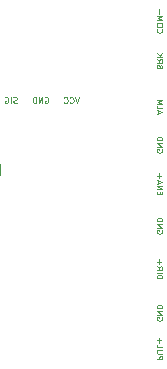
<source format=gbr>
%TF.GenerationSoftware,KiCad,Pcbnew,7.0.5-0*%
%TF.CreationDate,2024-07-25T14:15:13+02:00*%
%TF.ProjectId,rj45-stepper-adapter,726a3435-2d73-4746-9570-7065722d6164,rev?*%
%TF.SameCoordinates,Original*%
%TF.FileFunction,Legend,Bot*%
%TF.FilePolarity,Positive*%
%FSLAX46Y46*%
G04 Gerber Fmt 4.6, Leading zero omitted, Abs format (unit mm)*
G04 Created by KiCad (PCBNEW 7.0.5-0) date 2024-07-25 14:15:13*
%MOMM*%
%LPD*%
G01*
G04 APERTURE LIST*
G04 Aperture macros list*
%AMRoundRect*
0 Rectangle with rounded corners*
0 $1 Rounding radius*
0 $2 $3 $4 $5 $6 $7 $8 $9 X,Y pos of 4 corners*
0 Add a 4 corners polygon primitive as box body*
4,1,4,$2,$3,$4,$5,$6,$7,$8,$9,$2,$3,0*
0 Add four circle primitives for the rounded corners*
1,1,$1+$1,$2,$3*
1,1,$1+$1,$4,$5*
1,1,$1+$1,$6,$7*
1,1,$1+$1,$8,$9*
0 Add four rect primitives between the rounded corners*
20,1,$1+$1,$2,$3,$4,$5,0*
20,1,$1+$1,$4,$5,$6,$7,0*
20,1,$1+$1,$6,$7,$8,$9,0*
20,1,$1+$1,$8,$9,$2,$3,0*%
G04 Aperture macros list end*
%ADD10C,0.125000*%
%ADD11R,2.670000X2.670000*%
%ADD12C,2.670000*%
%ADD13O,1.700000X1.700000*%
%ADD14R,1.700000X1.700000*%
%ADD15C,2.500000*%
%ADD16C,1.500000*%
%ADD17RoundRect,0.250500X-0.499500X-0.499500X0.499500X-0.499500X0.499500X0.499500X-0.499500X0.499500X0*%
%ADD18C,3.250000*%
G04 APERTURE END LIST*
D10*
X160563880Y-111804811D02*
X160587690Y-111852430D01*
X160587690Y-111852430D02*
X160587690Y-111923859D01*
X160587690Y-111923859D02*
X160563880Y-111995287D01*
X160563880Y-111995287D02*
X160516261Y-112042906D01*
X160516261Y-112042906D02*
X160468642Y-112066716D01*
X160468642Y-112066716D02*
X160373404Y-112090525D01*
X160373404Y-112090525D02*
X160301976Y-112090525D01*
X160301976Y-112090525D02*
X160206738Y-112066716D01*
X160206738Y-112066716D02*
X160159119Y-112042906D01*
X160159119Y-112042906D02*
X160111500Y-111995287D01*
X160111500Y-111995287D02*
X160087690Y-111923859D01*
X160087690Y-111923859D02*
X160087690Y-111876240D01*
X160087690Y-111876240D02*
X160111500Y-111804811D01*
X160111500Y-111804811D02*
X160135309Y-111781002D01*
X160135309Y-111781002D02*
X160301976Y-111781002D01*
X160301976Y-111781002D02*
X160301976Y-111876240D01*
X160087690Y-111566716D02*
X160587690Y-111566716D01*
X160587690Y-111566716D02*
X160087690Y-111281002D01*
X160087690Y-111281002D02*
X160587690Y-111281002D01*
X160087690Y-111042906D02*
X160587690Y-111042906D01*
X160587690Y-111042906D02*
X160587690Y-110923858D01*
X160587690Y-110923858D02*
X160563880Y-110852430D01*
X160563880Y-110852430D02*
X160516261Y-110804811D01*
X160516261Y-110804811D02*
X160468642Y-110781001D01*
X160468642Y-110781001D02*
X160373404Y-110757192D01*
X160373404Y-110757192D02*
X160301976Y-110757192D01*
X160301976Y-110757192D02*
X160206738Y-110781001D01*
X160206738Y-110781001D02*
X160159119Y-110804811D01*
X160159119Y-110804811D02*
X160111500Y-110852430D01*
X160111500Y-110852430D02*
X160087690Y-110923858D01*
X160087690Y-110923858D02*
X160087690Y-111042906D01*
X160135309Y-94763002D02*
X160111500Y-94786811D01*
X160111500Y-94786811D02*
X160087690Y-94858240D01*
X160087690Y-94858240D02*
X160087690Y-94905859D01*
X160087690Y-94905859D02*
X160111500Y-94977287D01*
X160111500Y-94977287D02*
X160159119Y-95024906D01*
X160159119Y-95024906D02*
X160206738Y-95048716D01*
X160206738Y-95048716D02*
X160301976Y-95072525D01*
X160301976Y-95072525D02*
X160373404Y-95072525D01*
X160373404Y-95072525D02*
X160468642Y-95048716D01*
X160468642Y-95048716D02*
X160516261Y-95024906D01*
X160516261Y-95024906D02*
X160563880Y-94977287D01*
X160563880Y-94977287D02*
X160587690Y-94905859D01*
X160587690Y-94905859D02*
X160587690Y-94858240D01*
X160587690Y-94858240D02*
X160563880Y-94786811D01*
X160563880Y-94786811D02*
X160540071Y-94763002D01*
X160587690Y-94453478D02*
X160587690Y-94358240D01*
X160587690Y-94358240D02*
X160563880Y-94310621D01*
X160563880Y-94310621D02*
X160516261Y-94263002D01*
X160516261Y-94263002D02*
X160421023Y-94239192D01*
X160421023Y-94239192D02*
X160254357Y-94239192D01*
X160254357Y-94239192D02*
X160159119Y-94263002D01*
X160159119Y-94263002D02*
X160111500Y-94310621D01*
X160111500Y-94310621D02*
X160087690Y-94358240D01*
X160087690Y-94358240D02*
X160087690Y-94453478D01*
X160087690Y-94453478D02*
X160111500Y-94501097D01*
X160111500Y-94501097D02*
X160159119Y-94548716D01*
X160159119Y-94548716D02*
X160254357Y-94572525D01*
X160254357Y-94572525D02*
X160421023Y-94572525D01*
X160421023Y-94572525D02*
X160516261Y-94548716D01*
X160516261Y-94548716D02*
X160563880Y-94501097D01*
X160563880Y-94501097D02*
X160587690Y-94453478D01*
X160087690Y-94024906D02*
X160587690Y-94024906D01*
X160587690Y-94024906D02*
X160230547Y-93858239D01*
X160230547Y-93858239D02*
X160587690Y-93691573D01*
X160587690Y-93691573D02*
X160087690Y-93691573D01*
X160278166Y-93453477D02*
X160278166Y-93072525D01*
X160349595Y-97930049D02*
X160325785Y-97858621D01*
X160325785Y-97858621D02*
X160301976Y-97834811D01*
X160301976Y-97834811D02*
X160254357Y-97811002D01*
X160254357Y-97811002D02*
X160182928Y-97811002D01*
X160182928Y-97811002D02*
X160135309Y-97834811D01*
X160135309Y-97834811D02*
X160111500Y-97858621D01*
X160111500Y-97858621D02*
X160087690Y-97906240D01*
X160087690Y-97906240D02*
X160087690Y-98096716D01*
X160087690Y-98096716D02*
X160587690Y-98096716D01*
X160587690Y-98096716D02*
X160587690Y-97930049D01*
X160587690Y-97930049D02*
X160563880Y-97882430D01*
X160563880Y-97882430D02*
X160540071Y-97858621D01*
X160540071Y-97858621D02*
X160492452Y-97834811D01*
X160492452Y-97834811D02*
X160444833Y-97834811D01*
X160444833Y-97834811D02*
X160397214Y-97858621D01*
X160397214Y-97858621D02*
X160373404Y-97882430D01*
X160373404Y-97882430D02*
X160349595Y-97930049D01*
X160349595Y-97930049D02*
X160349595Y-98096716D01*
X160087690Y-97311002D02*
X160325785Y-97477668D01*
X160087690Y-97596716D02*
X160587690Y-97596716D01*
X160587690Y-97596716D02*
X160587690Y-97406240D01*
X160587690Y-97406240D02*
X160563880Y-97358621D01*
X160563880Y-97358621D02*
X160540071Y-97334811D01*
X160540071Y-97334811D02*
X160492452Y-97311002D01*
X160492452Y-97311002D02*
X160421023Y-97311002D01*
X160421023Y-97311002D02*
X160373404Y-97334811D01*
X160373404Y-97334811D02*
X160349595Y-97358621D01*
X160349595Y-97358621D02*
X160325785Y-97406240D01*
X160325785Y-97406240D02*
X160325785Y-97596716D01*
X160087690Y-97096716D02*
X160587690Y-97096716D01*
X160087690Y-96811002D02*
X160373404Y-97025287D01*
X160587690Y-96811002D02*
X160301976Y-97096716D01*
X160230547Y-101930525D02*
X160230547Y-101692430D01*
X160087690Y-101978144D02*
X160587690Y-101811478D01*
X160587690Y-101811478D02*
X160087690Y-101644811D01*
X160087690Y-101240050D02*
X160087690Y-101478145D01*
X160087690Y-101478145D02*
X160587690Y-101478145D01*
X160087690Y-101073383D02*
X160587690Y-101073383D01*
X160587690Y-101073383D02*
X160230547Y-100906716D01*
X160230547Y-100906716D02*
X160587690Y-100740050D01*
X160587690Y-100740050D02*
X160087690Y-100740050D01*
X160563880Y-119170811D02*
X160587690Y-119218430D01*
X160587690Y-119218430D02*
X160587690Y-119289859D01*
X160587690Y-119289859D02*
X160563880Y-119361287D01*
X160563880Y-119361287D02*
X160516261Y-119408906D01*
X160516261Y-119408906D02*
X160468642Y-119432716D01*
X160468642Y-119432716D02*
X160373404Y-119456525D01*
X160373404Y-119456525D02*
X160301976Y-119456525D01*
X160301976Y-119456525D02*
X160206738Y-119432716D01*
X160206738Y-119432716D02*
X160159119Y-119408906D01*
X160159119Y-119408906D02*
X160111500Y-119361287D01*
X160111500Y-119361287D02*
X160087690Y-119289859D01*
X160087690Y-119289859D02*
X160087690Y-119242240D01*
X160087690Y-119242240D02*
X160111500Y-119170811D01*
X160111500Y-119170811D02*
X160135309Y-119147002D01*
X160135309Y-119147002D02*
X160301976Y-119147002D01*
X160301976Y-119147002D02*
X160301976Y-119242240D01*
X160087690Y-118932716D02*
X160587690Y-118932716D01*
X160587690Y-118932716D02*
X160087690Y-118647002D01*
X160087690Y-118647002D02*
X160587690Y-118647002D01*
X160087690Y-118408906D02*
X160587690Y-118408906D01*
X160587690Y-118408906D02*
X160587690Y-118289858D01*
X160587690Y-118289858D02*
X160563880Y-118218430D01*
X160563880Y-118218430D02*
X160516261Y-118170811D01*
X160516261Y-118170811D02*
X160468642Y-118147001D01*
X160468642Y-118147001D02*
X160373404Y-118123192D01*
X160373404Y-118123192D02*
X160301976Y-118123192D01*
X160301976Y-118123192D02*
X160206738Y-118147001D01*
X160206738Y-118147001D02*
X160159119Y-118170811D01*
X160159119Y-118170811D02*
X160111500Y-118218430D01*
X160111500Y-118218430D02*
X160087690Y-118289858D01*
X160087690Y-118289858D02*
X160087690Y-118408906D01*
X160087690Y-115876716D02*
X160587690Y-115876716D01*
X160587690Y-115876716D02*
X160587690Y-115757668D01*
X160587690Y-115757668D02*
X160563880Y-115686240D01*
X160563880Y-115686240D02*
X160516261Y-115638621D01*
X160516261Y-115638621D02*
X160468642Y-115614811D01*
X160468642Y-115614811D02*
X160373404Y-115591002D01*
X160373404Y-115591002D02*
X160301976Y-115591002D01*
X160301976Y-115591002D02*
X160206738Y-115614811D01*
X160206738Y-115614811D02*
X160159119Y-115638621D01*
X160159119Y-115638621D02*
X160111500Y-115686240D01*
X160111500Y-115686240D02*
X160087690Y-115757668D01*
X160087690Y-115757668D02*
X160087690Y-115876716D01*
X160087690Y-115376716D02*
X160587690Y-115376716D01*
X160087690Y-114852907D02*
X160325785Y-115019573D01*
X160087690Y-115138621D02*
X160587690Y-115138621D01*
X160587690Y-115138621D02*
X160587690Y-114948145D01*
X160587690Y-114948145D02*
X160563880Y-114900526D01*
X160563880Y-114900526D02*
X160540071Y-114876716D01*
X160540071Y-114876716D02*
X160492452Y-114852907D01*
X160492452Y-114852907D02*
X160421023Y-114852907D01*
X160421023Y-114852907D02*
X160373404Y-114876716D01*
X160373404Y-114876716D02*
X160349595Y-114900526D01*
X160349595Y-114900526D02*
X160325785Y-114948145D01*
X160325785Y-114948145D02*
X160325785Y-115138621D01*
X160278166Y-114638621D02*
X160278166Y-114257669D01*
X160087690Y-114448145D02*
X160468642Y-114448145D01*
X160349595Y-108764716D02*
X160349595Y-108598049D01*
X160087690Y-108526621D02*
X160087690Y-108764716D01*
X160087690Y-108764716D02*
X160587690Y-108764716D01*
X160587690Y-108764716D02*
X160587690Y-108526621D01*
X160087690Y-108312335D02*
X160587690Y-108312335D01*
X160587690Y-108312335D02*
X160087690Y-108026621D01*
X160087690Y-108026621D02*
X160587690Y-108026621D01*
X160230547Y-107812334D02*
X160230547Y-107574239D01*
X160087690Y-107859953D02*
X160587690Y-107693287D01*
X160587690Y-107693287D02*
X160087690Y-107526620D01*
X160278166Y-107359954D02*
X160278166Y-106979002D01*
X160087690Y-107169478D02*
X160468642Y-107169478D01*
X153540144Y-100524309D02*
X153373478Y-101024309D01*
X153373478Y-101024309D02*
X153206811Y-100524309D01*
X152754431Y-100976690D02*
X152778240Y-101000500D01*
X152778240Y-101000500D02*
X152849669Y-101024309D01*
X152849669Y-101024309D02*
X152897288Y-101024309D01*
X152897288Y-101024309D02*
X152968716Y-101000500D01*
X152968716Y-101000500D02*
X153016335Y-100952880D01*
X153016335Y-100952880D02*
X153040145Y-100905261D01*
X153040145Y-100905261D02*
X153063954Y-100810023D01*
X153063954Y-100810023D02*
X153063954Y-100738595D01*
X153063954Y-100738595D02*
X153040145Y-100643357D01*
X153040145Y-100643357D02*
X153016335Y-100595738D01*
X153016335Y-100595738D02*
X152968716Y-100548119D01*
X152968716Y-100548119D02*
X152897288Y-100524309D01*
X152897288Y-100524309D02*
X152849669Y-100524309D01*
X152849669Y-100524309D02*
X152778240Y-100548119D01*
X152778240Y-100548119D02*
X152754431Y-100571928D01*
X152254431Y-100976690D02*
X152278240Y-101000500D01*
X152278240Y-101000500D02*
X152349669Y-101024309D01*
X152349669Y-101024309D02*
X152397288Y-101024309D01*
X152397288Y-101024309D02*
X152468716Y-101000500D01*
X152468716Y-101000500D02*
X152516335Y-100952880D01*
X152516335Y-100952880D02*
X152540145Y-100905261D01*
X152540145Y-100905261D02*
X152563954Y-100810023D01*
X152563954Y-100810023D02*
X152563954Y-100738595D01*
X152563954Y-100738595D02*
X152540145Y-100643357D01*
X152540145Y-100643357D02*
X152516335Y-100595738D01*
X152516335Y-100595738D02*
X152468716Y-100548119D01*
X152468716Y-100548119D02*
X152397288Y-100524309D01*
X152397288Y-100524309D02*
X152349669Y-100524309D01*
X152349669Y-100524309D02*
X152278240Y-100548119D01*
X152278240Y-100548119D02*
X152254431Y-100571928D01*
X150635384Y-100548119D02*
X150683003Y-100524309D01*
X150683003Y-100524309D02*
X150754432Y-100524309D01*
X150754432Y-100524309D02*
X150825860Y-100548119D01*
X150825860Y-100548119D02*
X150873479Y-100595738D01*
X150873479Y-100595738D02*
X150897289Y-100643357D01*
X150897289Y-100643357D02*
X150921098Y-100738595D01*
X150921098Y-100738595D02*
X150921098Y-100810023D01*
X150921098Y-100810023D02*
X150897289Y-100905261D01*
X150897289Y-100905261D02*
X150873479Y-100952880D01*
X150873479Y-100952880D02*
X150825860Y-101000500D01*
X150825860Y-101000500D02*
X150754432Y-101024309D01*
X150754432Y-101024309D02*
X150706813Y-101024309D01*
X150706813Y-101024309D02*
X150635384Y-101000500D01*
X150635384Y-101000500D02*
X150611575Y-100976690D01*
X150611575Y-100976690D02*
X150611575Y-100810023D01*
X150611575Y-100810023D02*
X150706813Y-100810023D01*
X150397289Y-101024309D02*
X150397289Y-100524309D01*
X150397289Y-100524309D02*
X150111575Y-101024309D01*
X150111575Y-101024309D02*
X150111575Y-100524309D01*
X149873479Y-101024309D02*
X149873479Y-100524309D01*
X149873479Y-100524309D02*
X149754431Y-100524309D01*
X149754431Y-100524309D02*
X149683003Y-100548119D01*
X149683003Y-100548119D02*
X149635384Y-100595738D01*
X149635384Y-100595738D02*
X149611574Y-100643357D01*
X149611574Y-100643357D02*
X149587765Y-100738595D01*
X149587765Y-100738595D02*
X149587765Y-100810023D01*
X149587765Y-100810023D02*
X149611574Y-100905261D01*
X149611574Y-100905261D02*
X149635384Y-100952880D01*
X149635384Y-100952880D02*
X149683003Y-101000500D01*
X149683003Y-101000500D02*
X149754431Y-101024309D01*
X149754431Y-101024309D02*
X149873479Y-101024309D01*
X148254432Y-101000500D02*
X148183004Y-101024309D01*
X148183004Y-101024309D02*
X148063956Y-101024309D01*
X148063956Y-101024309D02*
X148016337Y-101000500D01*
X148016337Y-101000500D02*
X147992528Y-100976690D01*
X147992528Y-100976690D02*
X147968718Y-100929071D01*
X147968718Y-100929071D02*
X147968718Y-100881452D01*
X147968718Y-100881452D02*
X147992528Y-100833833D01*
X147992528Y-100833833D02*
X148016337Y-100810023D01*
X148016337Y-100810023D02*
X148063956Y-100786214D01*
X148063956Y-100786214D02*
X148159194Y-100762404D01*
X148159194Y-100762404D02*
X148206813Y-100738595D01*
X148206813Y-100738595D02*
X148230623Y-100714785D01*
X148230623Y-100714785D02*
X148254432Y-100667166D01*
X148254432Y-100667166D02*
X148254432Y-100619547D01*
X148254432Y-100619547D02*
X148230623Y-100571928D01*
X148230623Y-100571928D02*
X148206813Y-100548119D01*
X148206813Y-100548119D02*
X148159194Y-100524309D01*
X148159194Y-100524309D02*
X148040147Y-100524309D01*
X148040147Y-100524309D02*
X147968718Y-100548119D01*
X147754433Y-101024309D02*
X147754433Y-100524309D01*
X147254433Y-100548119D02*
X147302052Y-100524309D01*
X147302052Y-100524309D02*
X147373481Y-100524309D01*
X147373481Y-100524309D02*
X147444909Y-100548119D01*
X147444909Y-100548119D02*
X147492528Y-100595738D01*
X147492528Y-100595738D02*
X147516338Y-100643357D01*
X147516338Y-100643357D02*
X147540147Y-100738595D01*
X147540147Y-100738595D02*
X147540147Y-100810023D01*
X147540147Y-100810023D02*
X147516338Y-100905261D01*
X147516338Y-100905261D02*
X147492528Y-100952880D01*
X147492528Y-100952880D02*
X147444909Y-101000500D01*
X147444909Y-101000500D02*
X147373481Y-101024309D01*
X147373481Y-101024309D02*
X147325862Y-101024309D01*
X147325862Y-101024309D02*
X147254433Y-101000500D01*
X147254433Y-101000500D02*
X147230624Y-100976690D01*
X147230624Y-100976690D02*
X147230624Y-100810023D01*
X147230624Y-100810023D02*
X147325862Y-100810023D01*
X160087690Y-122734716D02*
X160587690Y-122734716D01*
X160587690Y-122734716D02*
X160587690Y-122544240D01*
X160587690Y-122544240D02*
X160563880Y-122496621D01*
X160563880Y-122496621D02*
X160540071Y-122472811D01*
X160540071Y-122472811D02*
X160492452Y-122449002D01*
X160492452Y-122449002D02*
X160421023Y-122449002D01*
X160421023Y-122449002D02*
X160373404Y-122472811D01*
X160373404Y-122472811D02*
X160349595Y-122496621D01*
X160349595Y-122496621D02*
X160325785Y-122544240D01*
X160325785Y-122544240D02*
X160325785Y-122734716D01*
X160587690Y-122234716D02*
X160182928Y-122234716D01*
X160182928Y-122234716D02*
X160135309Y-122210906D01*
X160135309Y-122210906D02*
X160111500Y-122187097D01*
X160111500Y-122187097D02*
X160087690Y-122139478D01*
X160087690Y-122139478D02*
X160087690Y-122044240D01*
X160087690Y-122044240D02*
X160111500Y-121996621D01*
X160111500Y-121996621D02*
X160135309Y-121972811D01*
X160135309Y-121972811D02*
X160182928Y-121949002D01*
X160182928Y-121949002D02*
X160587690Y-121949002D01*
X160087690Y-121472811D02*
X160087690Y-121710906D01*
X160087690Y-121710906D02*
X160587690Y-121710906D01*
X160278166Y-121306144D02*
X160278166Y-120925192D01*
X160087690Y-121115668D02*
X160468642Y-121115668D01*
X160563880Y-104946811D02*
X160587690Y-104994430D01*
X160587690Y-104994430D02*
X160587690Y-105065859D01*
X160587690Y-105065859D02*
X160563880Y-105137287D01*
X160563880Y-105137287D02*
X160516261Y-105184906D01*
X160516261Y-105184906D02*
X160468642Y-105208716D01*
X160468642Y-105208716D02*
X160373404Y-105232525D01*
X160373404Y-105232525D02*
X160301976Y-105232525D01*
X160301976Y-105232525D02*
X160206738Y-105208716D01*
X160206738Y-105208716D02*
X160159119Y-105184906D01*
X160159119Y-105184906D02*
X160111500Y-105137287D01*
X160111500Y-105137287D02*
X160087690Y-105065859D01*
X160087690Y-105065859D02*
X160087690Y-105018240D01*
X160087690Y-105018240D02*
X160111500Y-104946811D01*
X160111500Y-104946811D02*
X160135309Y-104923002D01*
X160135309Y-104923002D02*
X160301976Y-104923002D01*
X160301976Y-104923002D02*
X160301976Y-105018240D01*
X160087690Y-104708716D02*
X160587690Y-104708716D01*
X160587690Y-104708716D02*
X160087690Y-104423002D01*
X160087690Y-104423002D02*
X160587690Y-104423002D01*
X160087690Y-104184906D02*
X160587690Y-104184906D01*
X160587690Y-104184906D02*
X160587690Y-104065858D01*
X160587690Y-104065858D02*
X160563880Y-103994430D01*
X160563880Y-103994430D02*
X160516261Y-103946811D01*
X160516261Y-103946811D02*
X160468642Y-103923001D01*
X160468642Y-103923001D02*
X160373404Y-103899192D01*
X160373404Y-103899192D02*
X160301976Y-103899192D01*
X160301976Y-103899192D02*
X160206738Y-103923001D01*
X160206738Y-103923001D02*
X160159119Y-103946811D01*
X160159119Y-103946811D02*
X160111500Y-103994430D01*
X160111500Y-103994430D02*
X160087690Y-104065858D01*
X160087690Y-104065858D02*
X160087690Y-104184906D01*
%LPC*%
%TO.C,G\u002A\u002A\u002A*%
G36*
X154599995Y-120760078D02*
G01*
X154393223Y-121206846D01*
X154373735Y-121246403D01*
X154286260Y-121418365D01*
X154208213Y-121560624D01*
X154135940Y-121678856D01*
X154065785Y-121778737D01*
X153994094Y-121865943D01*
X153917212Y-121946150D01*
X153844828Y-122013026D01*
X153642284Y-122171650D01*
X153404493Y-122323646D01*
X153133881Y-122468298D01*
X152832876Y-122604888D01*
X152503904Y-122732699D01*
X152149394Y-122851013D01*
X151771772Y-122959114D01*
X151373466Y-123056283D01*
X150956902Y-123141804D01*
X150524508Y-123214959D01*
X150078710Y-123275031D01*
X149621937Y-123321303D01*
X149156616Y-123353057D01*
X149051484Y-123357136D01*
X148911497Y-123360148D01*
X148752226Y-123361761D01*
X148582006Y-123362028D01*
X148409173Y-123361000D01*
X148242062Y-123358729D01*
X148089008Y-123355266D01*
X147958347Y-123350665D01*
X147858413Y-123344976D01*
X147664649Y-123326692D01*
X147450347Y-123295067D01*
X147262167Y-123251977D01*
X147093353Y-123195463D01*
X146937146Y-123123565D01*
X146786788Y-123034326D01*
X146745866Y-123005930D01*
X146620650Y-122904118D01*
X146494581Y-122782395D01*
X146379109Y-122652379D01*
X146285679Y-122525692D01*
X146217498Y-122413474D01*
X146100065Y-122180839D01*
X145994917Y-121916598D01*
X145901541Y-121619227D01*
X145819428Y-121287197D01*
X145748066Y-120918982D01*
X145745153Y-120901695D01*
X145725089Y-120770958D01*
X145703093Y-120609975D01*
X145679612Y-120423346D01*
X145655091Y-120215674D01*
X145629976Y-119991562D01*
X145604712Y-119755612D01*
X145579746Y-119512426D01*
X145555521Y-119266606D01*
X145532486Y-119022755D01*
X145511084Y-118785475D01*
X145491761Y-118559368D01*
X145474964Y-118349036D01*
X145461138Y-118159082D01*
X145450728Y-117994108D01*
X145444181Y-117858716D01*
X145441941Y-117757509D01*
X145449243Y-117532335D01*
X145486738Y-117215887D01*
X145505211Y-117137327D01*
X147527552Y-117137327D01*
X147541014Y-117406422D01*
X147581467Y-117702728D01*
X147648773Y-118025758D01*
X147742800Y-118375027D01*
X147863411Y-118750048D01*
X148010472Y-119150336D01*
X148183848Y-119575405D01*
X148383405Y-120024769D01*
X148402519Y-120066049D01*
X148476412Y-120222209D01*
X148550891Y-120374708D01*
X148623554Y-120518990D01*
X148691998Y-120650500D01*
X148753821Y-120764685D01*
X148806620Y-120856988D01*
X148847992Y-120922855D01*
X148875535Y-120957730D01*
X148925526Y-120988214D01*
X148997532Y-120999135D01*
X149070022Y-120982725D01*
X149133526Y-120943280D01*
X149178573Y-120885097D01*
X149195693Y-120812473D01*
X149193745Y-120804834D01*
X149177722Y-120765166D01*
X149147270Y-120697200D01*
X149104494Y-120605425D01*
X149051501Y-120494329D01*
X148990399Y-120368399D01*
X148923292Y-120232123D01*
X148839440Y-120060995D01*
X148627601Y-119607152D01*
X148443362Y-119178154D01*
X148286819Y-118774303D01*
X148158071Y-118395902D01*
X148057216Y-118043253D01*
X147984352Y-117716659D01*
X147939577Y-117416422D01*
X147922988Y-117142846D01*
X147928651Y-116946327D01*
X147951732Y-116771652D01*
X147993524Y-116624395D01*
X148055212Y-116500439D01*
X148137978Y-116395666D01*
X148211413Y-116329352D01*
X148313423Y-116268553D01*
X148429866Y-116234928D01*
X148570462Y-116224631D01*
X148624270Y-116225029D01*
X148693825Y-116229035D01*
X148749556Y-116240653D01*
X148807346Y-116263840D01*
X148883077Y-116302555D01*
X148975845Y-116359166D01*
X149121742Y-116475085D01*
X149272864Y-116625703D01*
X149427346Y-116808924D01*
X149583324Y-117022653D01*
X149738935Y-117264793D01*
X149738938Y-117264797D01*
X149837387Y-117435490D01*
X149938071Y-117626582D01*
X150042300Y-117840964D01*
X150151387Y-118081528D01*
X150266641Y-118351166D01*
X150389374Y-118652770D01*
X150520898Y-118989230D01*
X150565389Y-119067412D01*
X150628423Y-119119918D01*
X150701407Y-119139838D01*
X150777691Y-119125441D01*
X150850625Y-119074997D01*
X150869722Y-119054466D01*
X150888317Y-119022571D01*
X150893848Y-118980724D01*
X150889813Y-118914599D01*
X150887916Y-118897252D01*
X150877650Y-118826702D01*
X150861510Y-118731892D01*
X150841296Y-118623084D01*
X150818813Y-118510538D01*
X150806647Y-118451027D01*
X150745423Y-118119032D01*
X150698696Y-117804189D01*
X150666443Y-117508635D01*
X150648640Y-117234504D01*
X150645266Y-116983932D01*
X150656297Y-116759053D01*
X150681710Y-116562003D01*
X150721482Y-116394918D01*
X150775591Y-116259933D01*
X150844013Y-116159182D01*
X150901656Y-116106631D01*
X150974673Y-116072701D01*
X151049645Y-116075923D01*
X151129116Y-116116541D01*
X151215628Y-116194798D01*
X151300677Y-116295663D01*
X151413145Y-116459223D01*
X151526674Y-116658476D01*
X151641383Y-116893753D01*
X151757391Y-117165387D01*
X151874817Y-117473710D01*
X151993780Y-117819053D01*
X152114397Y-118201748D01*
X152236788Y-118622127D01*
X152361071Y-119080523D01*
X152487365Y-119577268D01*
X152615788Y-120112692D01*
X152620111Y-120131204D01*
X152654497Y-120277313D01*
X152682010Y-120390689D01*
X152704207Y-120476176D01*
X152722643Y-120538621D01*
X152738875Y-120582869D01*
X152754459Y-120613765D01*
X152770951Y-120636155D01*
X152789907Y-120654884D01*
X152792055Y-120656787D01*
X152863180Y-120699441D01*
X152937825Y-120703904D01*
X153019286Y-120670397D01*
X153042082Y-120656179D01*
X153063919Y-120639729D01*
X153080685Y-120620160D01*
X153092002Y-120594303D01*
X153097491Y-120558989D01*
X153096775Y-120511049D01*
X153089475Y-120447317D01*
X153075213Y-120364624D01*
X153053611Y-120259800D01*
X153024291Y-120129679D01*
X152986874Y-119971092D01*
X152940982Y-119780870D01*
X152886238Y-119555846D01*
X152763354Y-119066049D01*
X152634024Y-118583248D01*
X152505823Y-118138853D01*
X152378608Y-117732530D01*
X152252236Y-117363946D01*
X152126567Y-117032769D01*
X152001457Y-116738666D01*
X151876765Y-116481303D01*
X151752349Y-116260349D01*
X151628065Y-116075469D01*
X151503773Y-115926331D01*
X151379330Y-115812601D01*
X151254594Y-115733948D01*
X151116557Y-115686031D01*
X150976668Y-115675139D01*
X150839886Y-115700498D01*
X150710156Y-115760835D01*
X150591424Y-115854879D01*
X150487634Y-115981357D01*
X150447199Y-116045859D01*
X150389297Y-116158836D01*
X150343452Y-116281628D01*
X150308319Y-116420016D01*
X150282552Y-116579777D01*
X150264808Y-116766692D01*
X150253741Y-116986538D01*
X150241000Y-117357769D01*
X150154876Y-117201461D01*
X150123088Y-117144571D01*
X149958072Y-116873022D01*
X149785919Y-116627302D01*
X149608892Y-116410016D01*
X149429257Y-116223769D01*
X149249277Y-116071165D01*
X149071216Y-115954809D01*
X148936858Y-115892168D01*
X148752969Y-115840057D01*
X148567830Y-115822694D01*
X148385856Y-115838752D01*
X148211461Y-115886904D01*
X148049058Y-115965822D01*
X147903062Y-116074178D01*
X147777887Y-116210644D01*
X147677946Y-116373894D01*
X147625548Y-116495741D01*
X147583795Y-116631873D01*
X147554267Y-116784599D01*
X147534304Y-116964851D01*
X147527552Y-117137327D01*
X145505211Y-117137327D01*
X145557178Y-116916328D01*
X145661786Y-116630509D01*
X145801784Y-116355281D01*
X145978397Y-116087494D01*
X146192846Y-115824000D01*
X146234811Y-115777650D01*
X146324302Y-115683782D01*
X146422094Y-115588161D01*
X146532128Y-115487328D01*
X146658341Y-115377823D01*
X146804675Y-115256184D01*
X146975069Y-115118952D01*
X147173462Y-114962666D01*
X147306917Y-114858211D01*
X147459201Y-114738238D01*
X147588174Y-114635317D01*
X147698248Y-114545661D01*
X147793837Y-114465484D01*
X147879356Y-114390997D01*
X147959218Y-114318416D01*
X148037837Y-114243952D01*
X148119627Y-114163820D01*
X148209000Y-114074233D01*
X148238840Y-114044141D01*
X148346017Y-113937231D01*
X148433306Y-113852996D01*
X148506261Y-113786800D01*
X148570439Y-113734012D01*
X148631392Y-113689996D01*
X148694676Y-113650121D01*
X148765846Y-113609753D01*
X148934003Y-113529410D01*
X149181523Y-113446245D01*
X149449264Y-113392233D01*
X149734139Y-113367154D01*
X150033061Y-113370792D01*
X150342942Y-113402928D01*
X150660695Y-113463344D01*
X150983232Y-113551822D01*
X151307467Y-113668143D01*
X151630312Y-113812090D01*
X151761148Y-113878361D01*
X152023900Y-114026704D01*
X152263003Y-114185642D01*
X152489045Y-114362539D01*
X152712616Y-114564759D01*
X152780691Y-114629794D01*
X152923347Y-114761679D01*
X153051496Y-114871951D01*
X153172944Y-114966082D01*
X153295495Y-115049546D01*
X153426955Y-115127816D01*
X153575128Y-115206363D01*
X153747819Y-115290663D01*
X153855356Y-115342427D01*
X153964830Y-115396592D01*
X154061829Y-115446050D01*
X154138696Y-115486891D01*
X154187770Y-115515205D01*
X154256156Y-115564075D01*
X154360354Y-115652420D01*
X154474786Y-115761711D01*
X154593251Y-115885170D01*
X154709548Y-116016016D01*
X154817476Y-116147470D01*
X154910834Y-116272753D01*
X154983421Y-116385085D01*
X155062800Y-116535371D01*
X155148609Y-116744266D01*
X155213512Y-116969071D01*
X155258586Y-117214654D01*
X155284905Y-117485880D01*
X155293547Y-117787615D01*
X155290974Y-117966220D01*
X155277490Y-118216178D01*
X155251430Y-118467393D01*
X155211644Y-118728325D01*
X155156984Y-119007436D01*
X155086300Y-119313187D01*
X155057439Y-119427783D01*
X154928097Y-119881490D01*
X154776951Y-120321941D01*
X154681211Y-120558989D01*
X154599995Y-120760078D01*
G37*
%TD*%
D11*
%TO.C,J1*%
X165354000Y-94092000D03*
X162814000Y-94092000D03*
D12*
X165354000Y-97592000D03*
X162814000Y-97592000D03*
X165354000Y-101092000D03*
X162814000Y-101092000D03*
X165354000Y-104592000D03*
X162814000Y-104592000D03*
X165354000Y-108092000D03*
X162814000Y-108092000D03*
X165354000Y-111592000D03*
X162814000Y-111592000D03*
X165354000Y-115092000D03*
X162814000Y-115092000D03*
X165354000Y-118592000D03*
X162814000Y-118592000D03*
X165354000Y-122092000D03*
X162814000Y-122092000D03*
%TD*%
D13*
%TO.C,J2*%
X147828000Y-98552000D03*
X150368000Y-98552000D03*
D14*
X152908000Y-98552000D03*
%TD*%
D15*
%TO.C,J3*%
X158367000Y-110021500D03*
X142877000Y-110021500D03*
D16*
X155062000Y-104171500D03*
X153802000Y-106711500D03*
X152522000Y-104171500D03*
X151262000Y-106711500D03*
X149982000Y-104171500D03*
X148722000Y-106711500D03*
X147442000Y-104171500D03*
D17*
X146182000Y-106711500D03*
D18*
X156337000Y-113071500D03*
X144907000Y-113071500D03*
%TD*%
%LPD*%
M02*

</source>
